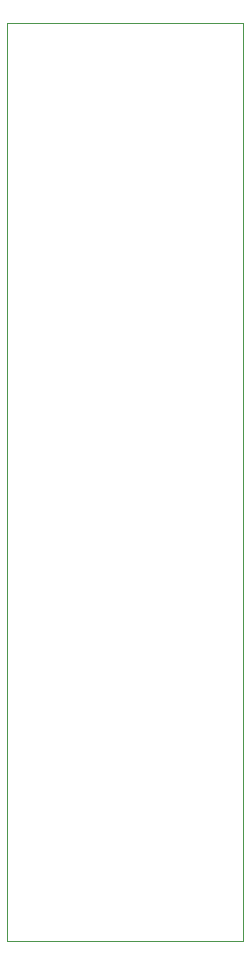
<source format=gbr>
%TF.GenerationSoftware,KiCad,Pcbnew,(6.0.6)*%
%TF.CreationDate,2022-08-15T09:47:57-07:00*%
%TF.ProjectId,ASREnvelope_power,41535245-6e76-4656-9c6f-70655f706f77,rev?*%
%TF.SameCoordinates,PXa16060cPY32056b8*%
%TF.FileFunction,Profile,NP*%
%FSLAX46Y46*%
G04 Gerber Fmt 4.6, Leading zero omitted, Abs format (unit mm)*
G04 Created by KiCad (PCBNEW (6.0.6)) date 2022-08-15 09:47:57*
%MOMM*%
%LPD*%
G01*
G04 APERTURE LIST*
%TA.AperFunction,Profile*%
%ADD10C,0.100000*%
%TD*%
G04 APERTURE END LIST*
D10*
X0Y-77724000D02*
X20000000Y-77724000D01*
X0Y0D02*
X20000000Y0D01*
X0Y-77724000D02*
X0Y0D01*
X20000000Y-77724000D02*
X20000000Y0D01*
M02*

</source>
